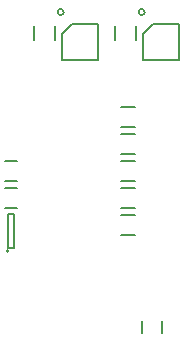
<source format=gbo>
%FSLAX46Y46*%
G04 Gerber Fmt 4.6, Leading zero omitted, Abs format (unit mm)*
G04 Created by KiCad (PCBNEW (2014-jul-16 BZR unknown)-product) date Fri 10 Jul 2015 06:09:48 PM EDT*
%MOMM*%
G01*
G04 APERTURE LIST*
%ADD10C,0.100000*%
%ADD11C,0.150000*%
%ADD12C,0.203200*%
G04 APERTURE END LIST*
D10*
D11*
X187286000Y-124722000D02*
X187286000Y-125722000D01*
X185586000Y-125722000D02*
X185586000Y-124722000D01*
X173998000Y-113450000D02*
X174998000Y-113450000D01*
X174998000Y-115150000D02*
X173998000Y-115150000D01*
X173998000Y-111164000D02*
X174998000Y-111164000D01*
X174998000Y-112864000D02*
X173998000Y-112864000D01*
X174298000Y-118794000D02*
G75*
G03X174298000Y-118794000I-100000J0D01*
G74*
G01*
X174748000Y-118544000D02*
X174248000Y-118544000D01*
X174748000Y-115644000D02*
X174748000Y-118544000D01*
X174248000Y-115644000D02*
X174748000Y-115644000D01*
X174248000Y-118544000D02*
X174248000Y-115644000D01*
D12*
X185801000Y-98552000D02*
G75*
G03X185801000Y-98552000I-254000J0D01*
G74*
G01*
X186698000Y-99592000D02*
X186498000Y-99592000D01*
X186498000Y-99592000D02*
X185698000Y-100392000D01*
X185698000Y-100392000D02*
X185698000Y-100592000D01*
X188698000Y-99592000D02*
X186698000Y-99592000D01*
X188698000Y-99592000D02*
X188698000Y-102592000D01*
X188698000Y-102592000D02*
X185698000Y-102592000D01*
X185698000Y-102592000D02*
X185698000Y-100592000D01*
X178943000Y-98552000D02*
G75*
G03X178943000Y-98552000I-254000J0D01*
G74*
G01*
X179840000Y-99592000D02*
X179640000Y-99592000D01*
X179640000Y-99592000D02*
X178840000Y-100392000D01*
X178840000Y-100392000D02*
X178840000Y-100592000D01*
X181840000Y-99592000D02*
X179840000Y-99592000D01*
X181840000Y-99592000D02*
X181840000Y-102592000D01*
X181840000Y-102592000D02*
X178840000Y-102592000D01*
X178840000Y-102592000D02*
X178840000Y-100592000D01*
D11*
X185025000Y-100930000D02*
X185025000Y-99730000D01*
X183275000Y-99730000D02*
X183275000Y-100930000D01*
X178167000Y-100930000D02*
X178167000Y-99730000D01*
X176417000Y-99730000D02*
X176417000Y-100930000D01*
X183804000Y-108317000D02*
X185004000Y-108317000D01*
X185004000Y-106567000D02*
X183804000Y-106567000D01*
X183804000Y-110603000D02*
X185004000Y-110603000D01*
X185004000Y-108853000D02*
X183804000Y-108853000D01*
X183804000Y-112889000D02*
X185004000Y-112889000D01*
X185004000Y-111139000D02*
X183804000Y-111139000D01*
X183804000Y-115175000D02*
X185004000Y-115175000D01*
X185004000Y-113425000D02*
X183804000Y-113425000D01*
X183804000Y-117461000D02*
X185004000Y-117461000D01*
X185004000Y-115711000D02*
X183804000Y-115711000D01*
M02*

</source>
